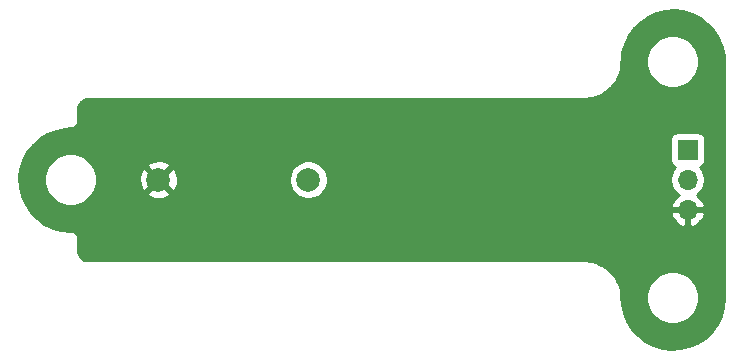
<source format=gbr>
G04 #@! TF.GenerationSoftware,KiCad,Pcbnew,5.1.10-88a1d61d58~90~ubuntu21.04.1*
G04 #@! TF.CreationDate,2021-08-24T10:00:05+02:00*
G04 #@! TF.ProjectId,Detector_SMD_Simple,44657465-6374-46f7-925f-534d445f5369,rev?*
G04 #@! TF.SameCoordinates,Original*
G04 #@! TF.FileFunction,Copper,L2,Bot*
G04 #@! TF.FilePolarity,Positive*
%FSLAX46Y46*%
G04 Gerber Fmt 4.6, Leading zero omitted, Abs format (unit mm)*
G04 Created by KiCad (PCBNEW 5.1.10-88a1d61d58~90~ubuntu21.04.1) date 2021-08-24 10:00:05*
%MOMM*%
%LPD*%
G01*
G04 APERTURE LIST*
G04 #@! TA.AperFunction,ComponentPad*
%ADD10O,1.700000X1.700000*%
G04 #@! TD*
G04 #@! TA.AperFunction,ComponentPad*
%ADD11R,1.700000X1.700000*%
G04 #@! TD*
G04 #@! TA.AperFunction,ComponentPad*
%ADD12C,2.000000*%
G04 #@! TD*
G04 #@! TA.AperFunction,Conductor*
%ADD13C,0.254000*%
G04 #@! TD*
G04 #@! TA.AperFunction,Conductor*
%ADD14C,0.100000*%
G04 #@! TD*
G04 APERTURE END LIST*
D10*
X106250000Y-52540000D03*
X106250000Y-50000000D03*
D11*
X106250000Y-47460000D03*
D12*
X74150000Y-50000000D03*
X61450000Y-50000000D03*
D13*
X105901795Y-35757406D02*
X106638838Y-35984150D01*
X107324083Y-36337832D01*
X107935866Y-36807270D01*
X108454850Y-37377624D01*
X108864632Y-38030874D01*
X109152255Y-38746359D01*
X109310748Y-39511691D01*
X109340001Y-40019037D01*
X109340000Y-59970608D01*
X109268827Y-60768083D01*
X109065344Y-61511890D01*
X108733363Y-62207904D01*
X108283374Y-62834130D01*
X107729597Y-63370777D01*
X107089549Y-63800871D01*
X106383447Y-64110829D01*
X105633620Y-64290847D01*
X104863758Y-64335236D01*
X104098210Y-64242594D01*
X103361163Y-64015850D01*
X102675919Y-63662170D01*
X102064131Y-63192728D01*
X101545151Y-62622376D01*
X101135368Y-61969126D01*
X100847745Y-61253639D01*
X100689252Y-60488309D01*
X100658906Y-59962008D01*
X100657037Y-59949351D01*
X100657223Y-59922730D01*
X100656323Y-59913558D01*
X100642273Y-59779872D01*
X102765000Y-59779872D01*
X102765000Y-60220128D01*
X102850890Y-60651925D01*
X103019369Y-61058669D01*
X103263962Y-61424729D01*
X103575271Y-61736038D01*
X103941331Y-61980631D01*
X104348075Y-62149110D01*
X104779872Y-62235000D01*
X105220128Y-62235000D01*
X105651925Y-62149110D01*
X106058669Y-61980631D01*
X106424729Y-61736038D01*
X106736038Y-61424729D01*
X106980631Y-61058669D01*
X107149110Y-60651925D01*
X107235000Y-60220128D01*
X107235000Y-59779872D01*
X107149110Y-59348075D01*
X106980631Y-58941331D01*
X106736038Y-58575271D01*
X106424729Y-58263962D01*
X106058669Y-58019369D01*
X105651925Y-57850890D01*
X105220128Y-57765000D01*
X104779872Y-57765000D01*
X104348075Y-57850890D01*
X103941331Y-58019369D01*
X103575271Y-58263962D01*
X103263962Y-58575271D01*
X103019369Y-58941331D01*
X102850890Y-59348075D01*
X102765000Y-59779872D01*
X100642273Y-59779872D01*
X100605322Y-59428316D01*
X100593302Y-59369760D01*
X100582086Y-59310959D01*
X100579422Y-59302138D01*
X100435142Y-58836044D01*
X100411954Y-58780881D01*
X100389552Y-58725435D01*
X100385226Y-58717299D01*
X100153162Y-58288106D01*
X100119729Y-58238539D01*
X100086958Y-58188460D01*
X100081134Y-58181319D01*
X99770125Y-57805374D01*
X99727708Y-57763252D01*
X99685826Y-57720483D01*
X99678725Y-57714610D01*
X99300618Y-57406233D01*
X99250809Y-57373141D01*
X99201437Y-57339334D01*
X99193331Y-57334952D01*
X98762527Y-57105890D01*
X98707233Y-57083099D01*
X98652240Y-57059529D01*
X98643437Y-57056804D01*
X98176347Y-56915781D01*
X98117653Y-56904159D01*
X98059156Y-56891725D01*
X98049991Y-56890762D01*
X97564405Y-56843150D01*
X97564402Y-56843150D01*
X97532419Y-56840000D01*
X55532277Y-56840000D01*
X55337460Y-56820898D01*
X55181105Y-56773692D01*
X55036904Y-56697018D01*
X54910336Y-56593792D01*
X54806232Y-56467951D01*
X54728553Y-56324289D01*
X54680258Y-56168271D01*
X54660000Y-55975527D01*
X54660000Y-54967581D01*
X54650450Y-54870617D01*
X54612710Y-54746207D01*
X54551425Y-54631550D01*
X54468948Y-54531052D01*
X54368449Y-54448575D01*
X54253792Y-54387290D01*
X54129382Y-54349550D01*
X54000000Y-54336807D01*
X53996965Y-54337106D01*
X53231917Y-54268827D01*
X52488110Y-54065344D01*
X51792096Y-53733363D01*
X51165870Y-53283374D01*
X50791342Y-52896890D01*
X104808524Y-52896890D01*
X104853175Y-53044099D01*
X104978359Y-53306920D01*
X105152412Y-53540269D01*
X105368645Y-53735178D01*
X105618748Y-53884157D01*
X105893109Y-53981481D01*
X106123000Y-53860814D01*
X106123000Y-52667000D01*
X106377000Y-52667000D01*
X106377000Y-53860814D01*
X106606891Y-53981481D01*
X106881252Y-53884157D01*
X107131355Y-53735178D01*
X107347588Y-53540269D01*
X107521641Y-53306920D01*
X107646825Y-53044099D01*
X107691476Y-52896890D01*
X107570155Y-52667000D01*
X106377000Y-52667000D01*
X106123000Y-52667000D01*
X104929845Y-52667000D01*
X104808524Y-52896890D01*
X50791342Y-52896890D01*
X50629223Y-52729597D01*
X50199129Y-52089549D01*
X49889171Y-51383447D01*
X49709153Y-50633620D01*
X49664764Y-49863759D01*
X49674915Y-49779872D01*
X51765000Y-49779872D01*
X51765000Y-50220128D01*
X51850890Y-50651925D01*
X52019369Y-51058669D01*
X52263962Y-51424729D01*
X52575271Y-51736038D01*
X52941331Y-51980631D01*
X53348075Y-52149110D01*
X53779872Y-52235000D01*
X54220128Y-52235000D01*
X54651925Y-52149110D01*
X55058669Y-51980631D01*
X55424729Y-51736038D01*
X55736038Y-51424729D01*
X55929352Y-51135413D01*
X60494192Y-51135413D01*
X60589956Y-51399814D01*
X60879571Y-51540704D01*
X61191108Y-51622384D01*
X61512595Y-51641718D01*
X61831675Y-51597961D01*
X62136088Y-51492795D01*
X62310044Y-51399814D01*
X62405808Y-51135413D01*
X61450000Y-50179605D01*
X60494192Y-51135413D01*
X55929352Y-51135413D01*
X55980631Y-51058669D01*
X56149110Y-50651925D01*
X56235000Y-50220128D01*
X56235000Y-50062595D01*
X59808282Y-50062595D01*
X59852039Y-50381675D01*
X59957205Y-50686088D01*
X60050186Y-50860044D01*
X60314587Y-50955808D01*
X61270395Y-50000000D01*
X61629605Y-50000000D01*
X62585413Y-50955808D01*
X62849814Y-50860044D01*
X62990704Y-50570429D01*
X63072384Y-50258892D01*
X63091718Y-49937405D01*
X63078219Y-49838967D01*
X72515000Y-49838967D01*
X72515000Y-50161033D01*
X72577832Y-50476912D01*
X72701082Y-50774463D01*
X72880013Y-51042252D01*
X73107748Y-51269987D01*
X73375537Y-51448918D01*
X73673088Y-51572168D01*
X73988967Y-51635000D01*
X74311033Y-51635000D01*
X74626912Y-51572168D01*
X74924463Y-51448918D01*
X75192252Y-51269987D01*
X75419987Y-51042252D01*
X75598918Y-50774463D01*
X75722168Y-50476912D01*
X75785000Y-50161033D01*
X75785000Y-49838967D01*
X75722168Y-49523088D01*
X75598918Y-49225537D01*
X75419987Y-48957748D01*
X75192252Y-48730013D01*
X74924463Y-48551082D01*
X74626912Y-48427832D01*
X74311033Y-48365000D01*
X73988967Y-48365000D01*
X73673088Y-48427832D01*
X73375537Y-48551082D01*
X73107748Y-48730013D01*
X72880013Y-48957748D01*
X72701082Y-49225537D01*
X72577832Y-49523088D01*
X72515000Y-49838967D01*
X63078219Y-49838967D01*
X63047961Y-49618325D01*
X62942795Y-49313912D01*
X62849814Y-49139956D01*
X62585413Y-49044192D01*
X61629605Y-50000000D01*
X61270395Y-50000000D01*
X60314587Y-49044192D01*
X60050186Y-49139956D01*
X59909296Y-49429571D01*
X59827616Y-49741108D01*
X59808282Y-50062595D01*
X56235000Y-50062595D01*
X56235000Y-49779872D01*
X56149110Y-49348075D01*
X55980631Y-48941331D01*
X55929353Y-48864587D01*
X60494192Y-48864587D01*
X61450000Y-49820395D01*
X62405808Y-48864587D01*
X62310044Y-48600186D01*
X62020429Y-48459296D01*
X61708892Y-48377616D01*
X61387405Y-48358282D01*
X61068325Y-48402039D01*
X60763912Y-48507205D01*
X60589956Y-48600186D01*
X60494192Y-48864587D01*
X55929353Y-48864587D01*
X55736038Y-48575271D01*
X55424729Y-48263962D01*
X55058669Y-48019369D01*
X54651925Y-47850890D01*
X54220128Y-47765000D01*
X53779872Y-47765000D01*
X53348075Y-47850890D01*
X52941331Y-48019369D01*
X52575271Y-48263962D01*
X52263962Y-48575271D01*
X52019369Y-48941331D01*
X51850890Y-49348075D01*
X51765000Y-49779872D01*
X49674915Y-49779872D01*
X49757406Y-49098205D01*
X49984150Y-48361162D01*
X50337832Y-47675917D01*
X50807270Y-47064134D01*
X51306355Y-46610000D01*
X104761928Y-46610000D01*
X104761928Y-48310000D01*
X104774188Y-48434482D01*
X104810498Y-48554180D01*
X104869463Y-48664494D01*
X104948815Y-48761185D01*
X105045506Y-48840537D01*
X105155820Y-48899502D01*
X105228380Y-48921513D01*
X105096525Y-49053368D01*
X104934010Y-49296589D01*
X104822068Y-49566842D01*
X104765000Y-49853740D01*
X104765000Y-50146260D01*
X104822068Y-50433158D01*
X104934010Y-50703411D01*
X105096525Y-50946632D01*
X105303368Y-51153475D01*
X105485534Y-51275195D01*
X105368645Y-51344822D01*
X105152412Y-51539731D01*
X104978359Y-51773080D01*
X104853175Y-52035901D01*
X104808524Y-52183110D01*
X104929845Y-52413000D01*
X106123000Y-52413000D01*
X106123000Y-52393000D01*
X106377000Y-52393000D01*
X106377000Y-52413000D01*
X107570155Y-52413000D01*
X107691476Y-52183110D01*
X107646825Y-52035901D01*
X107521641Y-51773080D01*
X107347588Y-51539731D01*
X107131355Y-51344822D01*
X107014466Y-51275195D01*
X107196632Y-51153475D01*
X107403475Y-50946632D01*
X107565990Y-50703411D01*
X107677932Y-50433158D01*
X107735000Y-50146260D01*
X107735000Y-49853740D01*
X107677932Y-49566842D01*
X107565990Y-49296589D01*
X107403475Y-49053368D01*
X107271620Y-48921513D01*
X107344180Y-48899502D01*
X107454494Y-48840537D01*
X107551185Y-48761185D01*
X107630537Y-48664494D01*
X107689502Y-48554180D01*
X107725812Y-48434482D01*
X107738072Y-48310000D01*
X107738072Y-46610000D01*
X107725812Y-46485518D01*
X107689502Y-46365820D01*
X107630537Y-46255506D01*
X107551185Y-46158815D01*
X107454494Y-46079463D01*
X107344180Y-46020498D01*
X107224482Y-45984188D01*
X107100000Y-45971928D01*
X105400000Y-45971928D01*
X105275518Y-45984188D01*
X105155820Y-46020498D01*
X105045506Y-46079463D01*
X104948815Y-46158815D01*
X104869463Y-46255506D01*
X104810498Y-46365820D01*
X104774188Y-46485518D01*
X104761928Y-46610000D01*
X51306355Y-46610000D01*
X51377624Y-46545150D01*
X52030874Y-46135368D01*
X52746359Y-45847745D01*
X53511691Y-45689252D01*
X53986575Y-45661871D01*
X54000000Y-45663193D01*
X54129382Y-45650450D01*
X54253792Y-45612710D01*
X54368449Y-45551425D01*
X54468948Y-45468948D01*
X54551425Y-45368450D01*
X54612710Y-45253793D01*
X54650450Y-45129383D01*
X54660000Y-45032419D01*
X54660000Y-44032277D01*
X54679102Y-43837460D01*
X54726308Y-43681106D01*
X54802982Y-43536904D01*
X54906207Y-43410337D01*
X55032051Y-43306231D01*
X55175711Y-43228553D01*
X55331729Y-43180258D01*
X55524473Y-43160000D01*
X97532419Y-43160000D01*
X97561718Y-43157114D01*
X97577271Y-43157223D01*
X97586442Y-43156323D01*
X98071684Y-43105322D01*
X98130247Y-43093301D01*
X98189040Y-43082086D01*
X98197862Y-43079422D01*
X98663956Y-42935142D01*
X98719086Y-42911967D01*
X98774565Y-42889553D01*
X98782701Y-42885226D01*
X99211894Y-42653162D01*
X99261461Y-42619729D01*
X99311540Y-42586958D01*
X99318681Y-42581133D01*
X99694627Y-42270125D01*
X99736767Y-42227689D01*
X99779517Y-42185826D01*
X99785391Y-42178725D01*
X100093767Y-41800618D01*
X100126859Y-41750809D01*
X100160666Y-41701437D01*
X100165047Y-41693333D01*
X100165051Y-41693325D01*
X100394111Y-41262527D01*
X100416910Y-41207212D01*
X100440471Y-41152240D01*
X100443196Y-41143437D01*
X100584219Y-40676348D01*
X100595845Y-40617631D01*
X100608275Y-40559155D01*
X100609238Y-40549991D01*
X100656850Y-40064404D01*
X100656850Y-40062307D01*
X100657387Y-40058670D01*
X100682269Y-39779872D01*
X102765000Y-39779872D01*
X102765000Y-40220128D01*
X102850890Y-40651925D01*
X103019369Y-41058669D01*
X103263962Y-41424729D01*
X103575271Y-41736038D01*
X103941331Y-41980631D01*
X104348075Y-42149110D01*
X104779872Y-42235000D01*
X105220128Y-42235000D01*
X105651925Y-42149110D01*
X106058669Y-41980631D01*
X106424729Y-41736038D01*
X106736038Y-41424729D01*
X106980631Y-41058669D01*
X107149110Y-40651925D01*
X107235000Y-40220128D01*
X107235000Y-39779872D01*
X107149110Y-39348075D01*
X106980631Y-38941331D01*
X106736038Y-38575271D01*
X106424729Y-38263962D01*
X106058669Y-38019369D01*
X105651925Y-37850890D01*
X105220128Y-37765000D01*
X104779872Y-37765000D01*
X104348075Y-37850890D01*
X103941331Y-38019369D01*
X103575271Y-38263962D01*
X103263962Y-38575271D01*
X103019369Y-38941331D01*
X102850890Y-39348075D01*
X102765000Y-39779872D01*
X100682269Y-39779872D01*
X100731173Y-39231917D01*
X100934656Y-38488109D01*
X101266638Y-37792095D01*
X101716626Y-37165870D01*
X102270403Y-36629223D01*
X102910451Y-36199129D01*
X103616553Y-35889171D01*
X104366380Y-35709153D01*
X105136241Y-35664764D01*
X105901795Y-35757406D01*
G04 #@! TA.AperFunction,Conductor*
D14*
G36*
X105901795Y-35757406D02*
G01*
X106638838Y-35984150D01*
X107324083Y-36337832D01*
X107935866Y-36807270D01*
X108454850Y-37377624D01*
X108864632Y-38030874D01*
X109152255Y-38746359D01*
X109310748Y-39511691D01*
X109340001Y-40019037D01*
X109340000Y-59970608D01*
X109268827Y-60768083D01*
X109065344Y-61511890D01*
X108733363Y-62207904D01*
X108283374Y-62834130D01*
X107729597Y-63370777D01*
X107089549Y-63800871D01*
X106383447Y-64110829D01*
X105633620Y-64290847D01*
X104863758Y-64335236D01*
X104098210Y-64242594D01*
X103361163Y-64015850D01*
X102675919Y-63662170D01*
X102064131Y-63192728D01*
X101545151Y-62622376D01*
X101135368Y-61969126D01*
X100847745Y-61253639D01*
X100689252Y-60488309D01*
X100658906Y-59962008D01*
X100657037Y-59949351D01*
X100657223Y-59922730D01*
X100656323Y-59913558D01*
X100642273Y-59779872D01*
X102765000Y-59779872D01*
X102765000Y-60220128D01*
X102850890Y-60651925D01*
X103019369Y-61058669D01*
X103263962Y-61424729D01*
X103575271Y-61736038D01*
X103941331Y-61980631D01*
X104348075Y-62149110D01*
X104779872Y-62235000D01*
X105220128Y-62235000D01*
X105651925Y-62149110D01*
X106058669Y-61980631D01*
X106424729Y-61736038D01*
X106736038Y-61424729D01*
X106980631Y-61058669D01*
X107149110Y-60651925D01*
X107235000Y-60220128D01*
X107235000Y-59779872D01*
X107149110Y-59348075D01*
X106980631Y-58941331D01*
X106736038Y-58575271D01*
X106424729Y-58263962D01*
X106058669Y-58019369D01*
X105651925Y-57850890D01*
X105220128Y-57765000D01*
X104779872Y-57765000D01*
X104348075Y-57850890D01*
X103941331Y-58019369D01*
X103575271Y-58263962D01*
X103263962Y-58575271D01*
X103019369Y-58941331D01*
X102850890Y-59348075D01*
X102765000Y-59779872D01*
X100642273Y-59779872D01*
X100605322Y-59428316D01*
X100593302Y-59369760D01*
X100582086Y-59310959D01*
X100579422Y-59302138D01*
X100435142Y-58836044D01*
X100411954Y-58780881D01*
X100389552Y-58725435D01*
X100385226Y-58717299D01*
X100153162Y-58288106D01*
X100119729Y-58238539D01*
X100086958Y-58188460D01*
X100081134Y-58181319D01*
X99770125Y-57805374D01*
X99727708Y-57763252D01*
X99685826Y-57720483D01*
X99678725Y-57714610D01*
X99300618Y-57406233D01*
X99250809Y-57373141D01*
X99201437Y-57339334D01*
X99193331Y-57334952D01*
X98762527Y-57105890D01*
X98707233Y-57083099D01*
X98652240Y-57059529D01*
X98643437Y-57056804D01*
X98176347Y-56915781D01*
X98117653Y-56904159D01*
X98059156Y-56891725D01*
X98049991Y-56890762D01*
X97564405Y-56843150D01*
X97564402Y-56843150D01*
X97532419Y-56840000D01*
X55532277Y-56840000D01*
X55337460Y-56820898D01*
X55181105Y-56773692D01*
X55036904Y-56697018D01*
X54910336Y-56593792D01*
X54806232Y-56467951D01*
X54728553Y-56324289D01*
X54680258Y-56168271D01*
X54660000Y-55975527D01*
X54660000Y-54967581D01*
X54650450Y-54870617D01*
X54612710Y-54746207D01*
X54551425Y-54631550D01*
X54468948Y-54531052D01*
X54368449Y-54448575D01*
X54253792Y-54387290D01*
X54129382Y-54349550D01*
X54000000Y-54336807D01*
X53996965Y-54337106D01*
X53231917Y-54268827D01*
X52488110Y-54065344D01*
X51792096Y-53733363D01*
X51165870Y-53283374D01*
X50791342Y-52896890D01*
X104808524Y-52896890D01*
X104853175Y-53044099D01*
X104978359Y-53306920D01*
X105152412Y-53540269D01*
X105368645Y-53735178D01*
X105618748Y-53884157D01*
X105893109Y-53981481D01*
X106123000Y-53860814D01*
X106123000Y-52667000D01*
X106377000Y-52667000D01*
X106377000Y-53860814D01*
X106606891Y-53981481D01*
X106881252Y-53884157D01*
X107131355Y-53735178D01*
X107347588Y-53540269D01*
X107521641Y-53306920D01*
X107646825Y-53044099D01*
X107691476Y-52896890D01*
X107570155Y-52667000D01*
X106377000Y-52667000D01*
X106123000Y-52667000D01*
X104929845Y-52667000D01*
X104808524Y-52896890D01*
X50791342Y-52896890D01*
X50629223Y-52729597D01*
X50199129Y-52089549D01*
X49889171Y-51383447D01*
X49709153Y-50633620D01*
X49664764Y-49863759D01*
X49674915Y-49779872D01*
X51765000Y-49779872D01*
X51765000Y-50220128D01*
X51850890Y-50651925D01*
X52019369Y-51058669D01*
X52263962Y-51424729D01*
X52575271Y-51736038D01*
X52941331Y-51980631D01*
X53348075Y-52149110D01*
X53779872Y-52235000D01*
X54220128Y-52235000D01*
X54651925Y-52149110D01*
X55058669Y-51980631D01*
X55424729Y-51736038D01*
X55736038Y-51424729D01*
X55929352Y-51135413D01*
X60494192Y-51135413D01*
X60589956Y-51399814D01*
X60879571Y-51540704D01*
X61191108Y-51622384D01*
X61512595Y-51641718D01*
X61831675Y-51597961D01*
X62136088Y-51492795D01*
X62310044Y-51399814D01*
X62405808Y-51135413D01*
X61450000Y-50179605D01*
X60494192Y-51135413D01*
X55929352Y-51135413D01*
X55980631Y-51058669D01*
X56149110Y-50651925D01*
X56235000Y-50220128D01*
X56235000Y-50062595D01*
X59808282Y-50062595D01*
X59852039Y-50381675D01*
X59957205Y-50686088D01*
X60050186Y-50860044D01*
X60314587Y-50955808D01*
X61270395Y-50000000D01*
X61629605Y-50000000D01*
X62585413Y-50955808D01*
X62849814Y-50860044D01*
X62990704Y-50570429D01*
X63072384Y-50258892D01*
X63091718Y-49937405D01*
X63078219Y-49838967D01*
X72515000Y-49838967D01*
X72515000Y-50161033D01*
X72577832Y-50476912D01*
X72701082Y-50774463D01*
X72880013Y-51042252D01*
X73107748Y-51269987D01*
X73375537Y-51448918D01*
X73673088Y-51572168D01*
X73988967Y-51635000D01*
X74311033Y-51635000D01*
X74626912Y-51572168D01*
X74924463Y-51448918D01*
X75192252Y-51269987D01*
X75419987Y-51042252D01*
X75598918Y-50774463D01*
X75722168Y-50476912D01*
X75785000Y-50161033D01*
X75785000Y-49838967D01*
X75722168Y-49523088D01*
X75598918Y-49225537D01*
X75419987Y-48957748D01*
X75192252Y-48730013D01*
X74924463Y-48551082D01*
X74626912Y-48427832D01*
X74311033Y-48365000D01*
X73988967Y-48365000D01*
X73673088Y-48427832D01*
X73375537Y-48551082D01*
X73107748Y-48730013D01*
X72880013Y-48957748D01*
X72701082Y-49225537D01*
X72577832Y-49523088D01*
X72515000Y-49838967D01*
X63078219Y-49838967D01*
X63047961Y-49618325D01*
X62942795Y-49313912D01*
X62849814Y-49139956D01*
X62585413Y-49044192D01*
X61629605Y-50000000D01*
X61270395Y-50000000D01*
X60314587Y-49044192D01*
X60050186Y-49139956D01*
X59909296Y-49429571D01*
X59827616Y-49741108D01*
X59808282Y-50062595D01*
X56235000Y-50062595D01*
X56235000Y-49779872D01*
X56149110Y-49348075D01*
X55980631Y-48941331D01*
X55929353Y-48864587D01*
X60494192Y-48864587D01*
X61450000Y-49820395D01*
X62405808Y-48864587D01*
X62310044Y-48600186D01*
X62020429Y-48459296D01*
X61708892Y-48377616D01*
X61387405Y-48358282D01*
X61068325Y-48402039D01*
X60763912Y-48507205D01*
X60589956Y-48600186D01*
X60494192Y-48864587D01*
X55929353Y-48864587D01*
X55736038Y-48575271D01*
X55424729Y-48263962D01*
X55058669Y-48019369D01*
X54651925Y-47850890D01*
X54220128Y-47765000D01*
X53779872Y-47765000D01*
X53348075Y-47850890D01*
X52941331Y-48019369D01*
X52575271Y-48263962D01*
X52263962Y-48575271D01*
X52019369Y-48941331D01*
X51850890Y-49348075D01*
X51765000Y-49779872D01*
X49674915Y-49779872D01*
X49757406Y-49098205D01*
X49984150Y-48361162D01*
X50337832Y-47675917D01*
X50807270Y-47064134D01*
X51306355Y-46610000D01*
X104761928Y-46610000D01*
X104761928Y-48310000D01*
X104774188Y-48434482D01*
X104810498Y-48554180D01*
X104869463Y-48664494D01*
X104948815Y-48761185D01*
X105045506Y-48840537D01*
X105155820Y-48899502D01*
X105228380Y-48921513D01*
X105096525Y-49053368D01*
X104934010Y-49296589D01*
X104822068Y-49566842D01*
X104765000Y-49853740D01*
X104765000Y-50146260D01*
X104822068Y-50433158D01*
X104934010Y-50703411D01*
X105096525Y-50946632D01*
X105303368Y-51153475D01*
X105485534Y-51275195D01*
X105368645Y-51344822D01*
X105152412Y-51539731D01*
X104978359Y-51773080D01*
X104853175Y-52035901D01*
X104808524Y-52183110D01*
X104929845Y-52413000D01*
X106123000Y-52413000D01*
X106123000Y-52393000D01*
X106377000Y-52393000D01*
X106377000Y-52413000D01*
X107570155Y-52413000D01*
X107691476Y-52183110D01*
X107646825Y-52035901D01*
X107521641Y-51773080D01*
X107347588Y-51539731D01*
X107131355Y-51344822D01*
X107014466Y-51275195D01*
X107196632Y-51153475D01*
X107403475Y-50946632D01*
X107565990Y-50703411D01*
X107677932Y-50433158D01*
X107735000Y-50146260D01*
X107735000Y-49853740D01*
X107677932Y-49566842D01*
X107565990Y-49296589D01*
X107403475Y-49053368D01*
X107271620Y-48921513D01*
X107344180Y-48899502D01*
X107454494Y-48840537D01*
X107551185Y-48761185D01*
X107630537Y-48664494D01*
X107689502Y-48554180D01*
X107725812Y-48434482D01*
X107738072Y-48310000D01*
X107738072Y-46610000D01*
X107725812Y-46485518D01*
X107689502Y-46365820D01*
X107630537Y-46255506D01*
X107551185Y-46158815D01*
X107454494Y-46079463D01*
X107344180Y-46020498D01*
X107224482Y-45984188D01*
X107100000Y-45971928D01*
X105400000Y-45971928D01*
X105275518Y-45984188D01*
X105155820Y-46020498D01*
X105045506Y-46079463D01*
X104948815Y-46158815D01*
X104869463Y-46255506D01*
X104810498Y-46365820D01*
X104774188Y-46485518D01*
X104761928Y-46610000D01*
X51306355Y-46610000D01*
X51377624Y-46545150D01*
X52030874Y-46135368D01*
X52746359Y-45847745D01*
X53511691Y-45689252D01*
X53986575Y-45661871D01*
X54000000Y-45663193D01*
X54129382Y-45650450D01*
X54253792Y-45612710D01*
X54368449Y-45551425D01*
X54468948Y-45468948D01*
X54551425Y-45368450D01*
X54612710Y-45253793D01*
X54650450Y-45129383D01*
X54660000Y-45032419D01*
X54660000Y-44032277D01*
X54679102Y-43837460D01*
X54726308Y-43681106D01*
X54802982Y-43536904D01*
X54906207Y-43410337D01*
X55032051Y-43306231D01*
X55175711Y-43228553D01*
X55331729Y-43180258D01*
X55524473Y-43160000D01*
X97532419Y-43160000D01*
X97561718Y-43157114D01*
X97577271Y-43157223D01*
X97586442Y-43156323D01*
X98071684Y-43105322D01*
X98130247Y-43093301D01*
X98189040Y-43082086D01*
X98197862Y-43079422D01*
X98663956Y-42935142D01*
X98719086Y-42911967D01*
X98774565Y-42889553D01*
X98782701Y-42885226D01*
X99211894Y-42653162D01*
X99261461Y-42619729D01*
X99311540Y-42586958D01*
X99318681Y-42581133D01*
X99694627Y-42270125D01*
X99736767Y-42227689D01*
X99779517Y-42185826D01*
X99785391Y-42178725D01*
X100093767Y-41800618D01*
X100126859Y-41750809D01*
X100160666Y-41701437D01*
X100165047Y-41693333D01*
X100165051Y-41693325D01*
X100394111Y-41262527D01*
X100416910Y-41207212D01*
X100440471Y-41152240D01*
X100443196Y-41143437D01*
X100584219Y-40676348D01*
X100595845Y-40617631D01*
X100608275Y-40559155D01*
X100609238Y-40549991D01*
X100656850Y-40064404D01*
X100656850Y-40062307D01*
X100657387Y-40058670D01*
X100682269Y-39779872D01*
X102765000Y-39779872D01*
X102765000Y-40220128D01*
X102850890Y-40651925D01*
X103019369Y-41058669D01*
X103263962Y-41424729D01*
X103575271Y-41736038D01*
X103941331Y-41980631D01*
X104348075Y-42149110D01*
X104779872Y-42235000D01*
X105220128Y-42235000D01*
X105651925Y-42149110D01*
X106058669Y-41980631D01*
X106424729Y-41736038D01*
X106736038Y-41424729D01*
X106980631Y-41058669D01*
X107149110Y-40651925D01*
X107235000Y-40220128D01*
X107235000Y-39779872D01*
X107149110Y-39348075D01*
X106980631Y-38941331D01*
X106736038Y-38575271D01*
X106424729Y-38263962D01*
X106058669Y-38019369D01*
X105651925Y-37850890D01*
X105220128Y-37765000D01*
X104779872Y-37765000D01*
X104348075Y-37850890D01*
X103941331Y-38019369D01*
X103575271Y-38263962D01*
X103263962Y-38575271D01*
X103019369Y-38941331D01*
X102850890Y-39348075D01*
X102765000Y-39779872D01*
X100682269Y-39779872D01*
X100731173Y-39231917D01*
X100934656Y-38488109D01*
X101266638Y-37792095D01*
X101716626Y-37165870D01*
X102270403Y-36629223D01*
X102910451Y-36199129D01*
X103616553Y-35889171D01*
X104366380Y-35709153D01*
X105136241Y-35664764D01*
X105901795Y-35757406D01*
G37*
G04 #@! TD.AperFunction*
M02*

</source>
